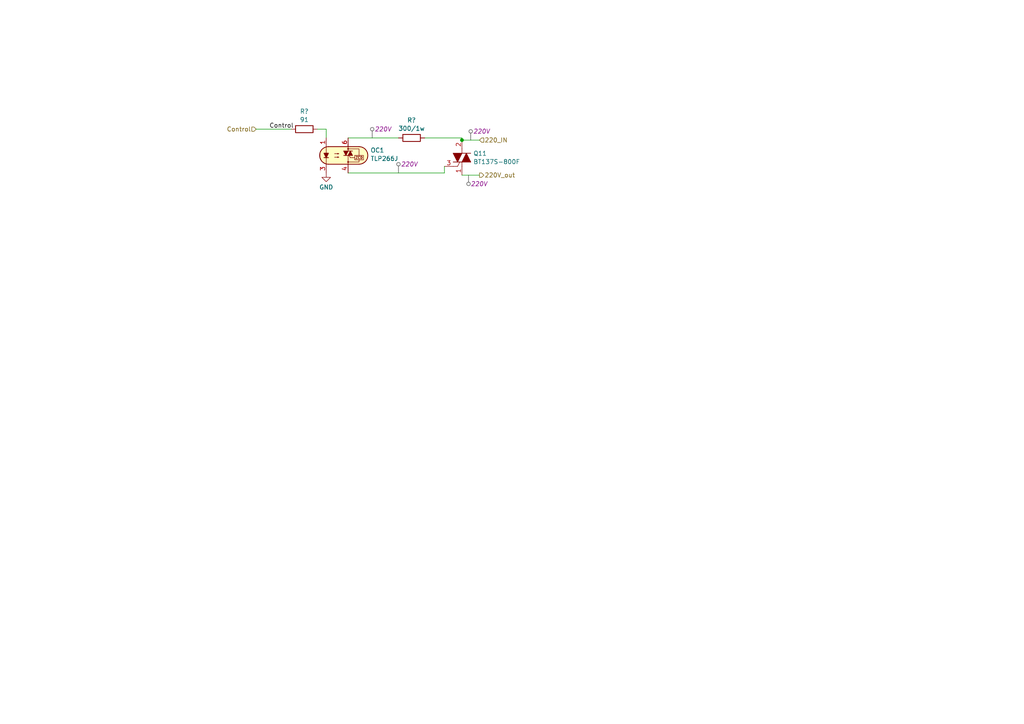
<source format=kicad_sch>
(kicad_sch (version 20230121) (generator eeschema)
  (paper "A4")
  (lib_symbols
    (symbol "Device:R" (pin_numbers hide) (pin_names (offset 0))
      (property "Reference" "R" (at 2.032 0 90))
      (property "Value" "R" (at 0 0 90))
      (symbol "R_0_1"
        (rectangle (start -1.016 -2.54) (end 1.016 2.54) (stroke (width 0.254)))
      )
      (symbol "R_1_1"
        (pin passive line (at 0 3.81 270) (length 1.27) (name "~") (number "1"))
        (pin passive line (at 0 -3.81 90) (length 1.27) (name "~") (number "2"))
      )
    )
    (symbol "Optocoupler_Triac_AKL:TLP266J" (pin_names (offset 1.016))
      (property "Reference" "OC3" (at 7.7471 1.5042 0))
      (property "Value" "TLP266J" (at 7.7471 -0.92 0))
      (symbol "TLP266J_0_0"
        (polyline (pts (xy 4.445 -1.27) (xy 4.445 -1.905) (xy 1.27 -1.905)) (stroke (width 0.1524)))
        (polyline (pts (xy 4.445 0) (xy 4.445 1.905) (xy 1.27 1.905)) (stroke (width 0.1524)))
        (circle (center 1.27 -1.905) (radius 0.1778) (fill (type outline)))
        (circle (center 1.27 1.905) (radius 0.1778) (fill (type outline)))
        (text "ZCD" (at 4.445 -0.635 0) (effects (font (size 0.7 0.7))))
      )
      (symbol "TLP266J_0_1"
        (arc (start -4.4675 2.54) (mid -6.9851 0) (end -4.4675 -2.54) (stroke (width 0.254)))
        (polyline (pts (xy -5.715 -0.635) (xy -4.445 -0.635)) (stroke (width 0.254)))
        (polyline (pts (xy -4.445 2.54) (xy 4.445 2.54)) (stroke (width 0.254)))
        (polyline (pts (xy 1.27 0) (xy 1.27 -2.54)) (stroke (width 0.1524)))
        (polyline (pts (xy 1.27 3.175) (xy 1.27 1.27)) (stroke (width 0.1524)))
        (polyline (pts (xy 1.905 -0.635) (xy 1.524 0)) (stroke (width 0.1524)))
        (polyline (pts (xy 2.54 -0.635) (xy 1.905 -0.635)) (stroke (width 0.1524)))
        (polyline (pts (xy 2.54 -0.635) (xy 3.175 -0.635)) (stroke (width 0.1524)))
        (polyline (pts (xy 4.445 -2.54) (xy -4.445 -2.54)) (stroke (width 0.254)))
        (polyline (pts (xy -5.08 -2.54) (xy -5.08 -1.27) (xy -5.08 2.54)) (stroke (width 0.1524)))
        (polyline (pts (xy -5.08 -0.635) (xy -5.715 0.635) (xy -4.445 0.635) (xy -5.08 -0.635)) (stroke (width 0.254)) (fill (type outline)))
        (polyline (pts (xy -2.667 -0.508) (xy -1.397 -0.508) (xy -1.778 -0.635) (xy -1.778 -0.381) (xy -1.397 -0.508)))
        (polyline (pts (xy -2.667 0.508) (xy -1.397 0.508) (xy -1.778 0.381) (xy -1.778 0.635) (xy -1.397 0.508)))
        (polyline (pts (xy -3.81 2.54) (xy 1.397 2.54) (xy 2.159 2.54) (xy 4.064 2.54) (xy 5.207 2.413) (xy 6.223 1.905) (xy 6.858 0.889) (xy 6.985 0) (xy 6.858 -0.889) (xy 6.35 -1.651) (xy 5.461 -2.286) (xy 4.572 -2.54) (xy -5.08 -2.54) (xy -5.08 -2.54) (xy -5.842 -2.032) (xy -6.35 -1.778) (xy -6.858 -0.508) (xy -6.858 0.254) (xy -6.858 1.016) (xy -6.35 1.778) (xy -5.588 2.286) (xy -4.826 2.54) (xy -3.81 2.54)) (stroke (width 0.01)) (fill (type background)))
        (rectangle (start 3.175 0) (end 5.715 -1.27) (stroke (width 0.1524)))
        (arc (start 4.4675 -2.54) (mid 6.9851 0) (end 4.4675 2.54) (stroke (width 0.254)))
      )
      (symbol "TLP266J_1_1"
        (polyline (pts (xy 0 0) (xy 2.54 0)) (stroke (width 0.2032)))
        (polyline (pts (xy 0 1.27) (xy 2.54 1.27)) (stroke (width 0.2032)))
        (polyline (pts (xy 0 1.27) (xy 0.635 0) (xy 1.27 1.27)) (stroke (width 0.2032)) (fill (type outline)))
        (polyline (pts (xy 1.27 0) (xy 1.905 1.27) (xy 2.54 0)) (stroke (width 0.2032)) (fill (type outline)))
        (pin passive line (at -5.08 5.08 270) (length 2.54) (name "~") (number "1"))
        (pin passive line (at -5.08 -5.08 90) (length 2.54) (name "~") (number "3"))
        (pin passive line (at 1.27 -5.08 90) (length 2.54) (name "~") (number "4"))
        (pin passive line (at 1.27 5.08 270) (length 2.54) (name "~") (number "6"))
      )
    )
    (symbol "PCM_Triac_AKL:BT137S-800F" (pin_names (offset 0.002) hide)
      (property "Reference" "Q" (at 3.175 0.635 0))
      (property "Value" "BT137S-800F" (at 3.175 -1.27 0))
      (symbol "BT137S-800F_0_1"
        (polyline (pts (xy -2.54 -2.54) (xy -1.27 -2.54)) (stroke (width 0.1524)))
        (polyline (pts (xy -2.54 -1.27) (xy 2.54 -1.27)) (stroke (width 0.2032)))
        (polyline (pts (xy -2.54 1.27) (xy 2.54 1.27)) (stroke (width 0.2032)))
        (polyline (pts (xy -1.27 -2.54) (xy -0.635 -1.27)))
        (polyline (pts (xy 0 -2.54) (xy 0 -1.27)) (stroke (width 0.1524)))
        (polyline (pts (xy 0 2.54) (xy 0 1.27)) (stroke (width 0.1524)))
        (polyline (pts (xy -2.54 1.27) (xy -1.27 -1.27) (xy 0 1.27)) (stroke (width 0.2032)) (fill (type outline)))
        (polyline (pts (xy 0 -1.27) (xy 1.27 1.27) (xy 2.54 -1.27)) (stroke (width 0.2032)) (fill (type outline)))
      )
      (symbol "BT137S-800F_1_1"
        (pin passive line (at 0 -5.08 90) (length 2.54) (name "A1") (number "1"))
        (pin passive line (at 0 5.08 270) (length 2.54) (name "A2") (number "2"))
        (pin input line (at -5.08 -2.54 0) (length 2.54) (name "G") (number "3"))
      )
    )
    (symbol "power:GND" (power) (pin_names (offset 0))
      (property "Value" "GND" (at 0 -3.81 0))
      (symbol "GND_0_1"
        (polyline (pts (xy 0 0) (xy 0 -1.27) (xy 1.27 -1.27) (xy 0 -2.54) (xy -1.27 -1.27) (xy 0 -1.27)))
      )
      (symbol "GND_1_1"
        (pin power_in line (at 0 0 270) (length 0) hide (name "GND") (number "1"))
      )
    )
  )
  (junction (at 133.985 40.64))
  (wire (pts (xy 133.985 40.005) (xy 133.985 40.64)))
  (wire (pts (xy 94.615 37.465) (xy 94.615 40.005)))
  (wire (pts (xy 133.985 40.64) (xy 139.065 40.64)))
  (wire (pts (xy 128.905 50.165) (xy 128.905 48.26)))
  (wire (pts (xy 100.965 40.005) (xy 115.57 40.005)))
  (wire (pts (xy 74.295 37.465) (xy 84.455 37.465)))
  (wire (pts (xy 123.19 40.005) (xy 133.985 40.005)))
  (wire (pts (xy 100.965 50.165) (xy 128.905 50.165)))
  (wire (pts (xy 139.065 50.8) (xy 133.985 50.8)))
  (wire (pts (xy 92.075 37.465) (xy 94.615 37.465)))
  (label "Control" (at 78.105 37.465 0))
  (hierarchical_label "Control" (shape input) (at 74.295 37.465 180))
  (hierarchical_label "220_IN" (shape input) (at 139.065 40.64 0))
  (hierarchical_label "220V_out" (shape output) (at 139.065 50.8 0))
  (netclass_flag "" (length 2.54) (shape round) (at 135.89 50.8 180) (property "Netclass" "220V" (at 136.4996 53.34 0) (effects (font italic) (justify left))))
  (netclass_flag "" (length 2.54) (shape round) (at 115.57 50.165 0) (property "Netclass" "220V" (at 116.2685 47.625 0) (effects (font italic) (justify left))))
  (netclass_flag "" (length 2.54) (shape round) (at 136.525 40.64 0) (property "Netclass" "220V" (at 137.2235 38.1 0) (effects (font italic) (justify left))))
  (netclass_flag "" (length 2.54) (shape round) (at 107.95 40.005 0) (property "Netclass" "220V" (at 108.6485 37.465 0) (effects (font italic) (justify left))))
  (symbol (lib_id "Optocoupler_Triac_AKL:TLP266J") (at 99.695 45.085 0) (unit 1)
    (property "Reference" "OC1" (at 107.4421 43.5808 0) (effects (justify left)))
    (property "Value" "TLP266J" (at 107.4421 46.005 0) (effects (justify left)))
    (property "Footprint" "Package_SO_AKL:SOIC-4_4.55x3.7mm_P2.54mm" (effects hide))
    (property "Datasheet" "https://www.tme.eu/Document/962aee49991e999c1f68c9d5ec29b780/TLP266J-E-T.pdf" (effects hide))
    (instances (project "uhc-12" (path "" (reference "OC1") (unit 1)) (path "" (reference "OC2") (unit 1)) (path "" (reference "OC3") (unit 1)) (path "" (reference "OC4") (unit 1)) (path "" (reference "OC5") (unit 1)) (path "" (reference "OC6") (unit 1)) (path "" (reference "OC7") (unit 1)) (path "" (reference "OC8") (unit 1)) (path "" (reference "OC9") (unit 1)) (path "" (reference "OC10") (unit 1)) (path "" (reference "OC11") (unit 1)) (path "" (reference "OC12") (unit 1))) (project "uhc-4" (path "" (reference "OC1") (unit 1)) (path "" (reference "OC2") (unit 1)) (path "" (reference "OC3") (unit 1)) (path "" (reference "OC4") (unit 1))))
  )
  (symbol (lib_id "Device:R") (at 88.265 37.465 90) (unit 1)
    (property "Reference" "R?" (at 88.265 32.3047 90))
    (property "Value" "91" (at 88.265 34.7289 90))
    (property "Footprint" "Resistor_SMD:R_0805_2012Metric_Pad1.20x1.40mm_HandSolder" (effects hide))
    (instances (project "uhc-12" (path "" (reference "R?") (unit 1)) (path "" (reference "R1") (unit 1)) (path "" (reference "R3") (unit 1)) (path "" (reference "R5") (unit 1)) (path "" (reference "R7") (unit 1)) (path "" (reference "R9") (unit 1)) (path "" (reference "R11") (unit 1)) (path "" (reference "R23") (unit 1)) (path "" (reference "R19") (unit 1)) (path "" (reference "R17") (unit 1)) (path "" (reference "R15") (unit 1)) (path "" (reference "R13") (unit 1)) (path "" (reference "R21") (unit 1))) (project "uhc-4" (path "" (reference "R1") (unit 1)) (path "" (reference "R3") (unit 1)) (path "" (reference "R5") (unit 1)) (path "" (reference "R7") (unit 1))))
  )
  (symbol (lib_id "PCM_Triac_AKL:BT137S-800F") (at 133.985 45.72 0) (unit 1)
    (property "Reference" "Q11" (at 137.2616 44.5079 0) (effects (justify left)))
    (property "Value" "BT137S-800F" (at 137.2616 46.9321 0) (effects (justify left)))
    (property "Footprint" "Package_TO_SOT_SMD_AKL:TO-252-2" (effects hide))
    (property "Datasheet" "https://www.tme.eu/Document/3db0049e394e3fa548d55096b71c3e71/BT137S-800F.pdf" (effects hide))
    (instances (project "uhc-12" (path "" (reference "Q11") (unit 1)) (path "" (reference "Q1") (unit 1)) (path "" (reference "Q2") (unit 1)) (path "" (reference "Q3") (unit 1)) (path "" (reference "Q4") (unit 1)) (path "" (reference "Q5") (unit 1)) (path "" (reference "Q6") (unit 1)) (path "" (reference "Q7") (unit 1)) (path "" (reference "Q8") (unit 1)) (path "" (reference "Q9") (unit 1)) (path "" (reference "Q10") (unit 1)) (path "" (reference "Q12") (unit 1))))
  )
  (symbol (lib_id "power:GND") (at 94.615 50.165 0) (unit 1)
    (property "Reference" "#PWR05" (effects hide))
    (property "Value" "GND" (at 94.615 54.2981 0))
    (instances (project "uhc-12" (path "" (reference "#PWR05") (unit 1)) (path "" (reference "#PWR06") (unit 1)) (path "" (reference "#PWR07") (unit 1)) (path "" (reference "#PWR08") (unit 1)) (path "" (reference "#PWR09") (unit 1)) (path "" (reference "#PWR010") (unit 1)) (path "" (reference "#PWR011") (unit 1)) (path "" (reference "#PWR012") (unit 1)) (path "" (reference "#PWR013") (unit 1)) (path "" (reference "#PWR014") (unit 1)) (path "" (reference "#PWR015") (unit 1)) (path "" (reference "#PWR016") (unit 1))) (project "uhc-4" (path "" (reference "#PWR05") (unit 1)) (path "" (reference "#PWR07") (unit 1)) (path "" (reference "#PWR08") (unit 1)) (path "" (reference "#PWR09") (unit 1))))
  )
  (symbol (lib_id "Device:R") (at 119.38 40.005 90) (unit 1)
    (property "Reference" "R?" (at 119.38 34.8447 90))
    (property "Value" "300/1w" (at 119.38 37.2689 90))
    (property "Footprint" "Resistor_SMD:R_2512_6332Metric" (effects hide))
    (property "JLCPCBB part #" "C146958" (effects hide))
    (instances (project "uhc-12" (path "" (reference "R?") (unit 1)) (path "" (reference "R2") (unit 1)) (path "" (reference "R4") (unit 1)) (path "" (reference "R6") (unit 1)) (path "" (reference "R8") (unit 1)) (path "" (reference "R10") (unit 1)) (path "" (reference "R12") (unit 1)) (path "" (reference "R24") (unit 1)) (path "" (reference "R20") (unit 1)) (path "" (reference "R18") (unit 1)) (path "" (reference "R16") (unit 1)) (path "" (reference "R14") (unit 1)) (path "" (reference "R22") (unit 1))) (project "uhc-4" (path "" (reference "R2") (unit 1)) (path "" (reference "R4") (unit 1)) (path "" (reference "R6") (unit 1)) (path "" (reference "R8") (unit 1))))
  )
)
</source>
